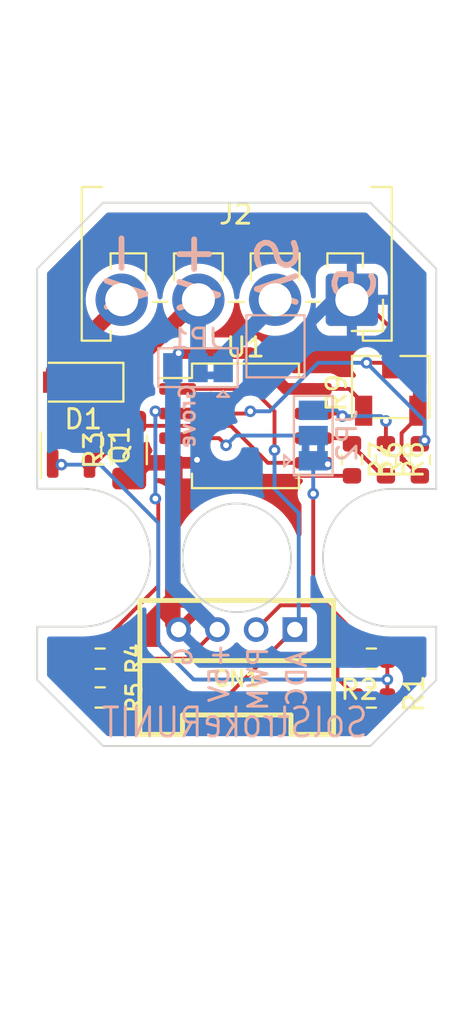
<source format=kicad_pcb>
(kicad_pcb (version 20211014) (generator pcbnew)
  (layers (0 "F.Cu" signal) (31 "B.Cu" signal) (34 "B.Paste" user) (35 "F.Paste" user) (36 "B.SilkS" user "B.Silkscreen") (37 "F.SilkS" user "F.Silkscreen") (38 "B.Mask" user) (39 "F.Mask" user) (44 "Edge.Cuts" user))
  (net 0 "")
  (net 1 "+5V")
  (net 2 "GND")
  (net 3 "/ADC")
  (net 4 "VDD")
  (net 5 "VS")
  (net 6 "/SOLA_M")
  (net 7 "Net-(JP2-Pad3)")
  (net 8 "/PWM")
  (net 9 "Net-(JP2-Pad2)")
  (net 10 "Net-(Q1-Pad1)")
  (net 11 "Net-(R4-Pad1)")
  (net 12 "Net-(R7-Pad1)")
  (net 13 "/VSENS")
  (footprint "akita:CON_GROVE_H" (layer "F.Cu") (at 10.3 22 180)
    (fp_text reference "CN1" (at -1.3 -3 180) (layer "F.SilkS") (effects (font (size 0.8 0.8)) (justify right bottom)))
    (fp_text value "CON_GROVE")
    (fp_line (start 2.8 -4.4) (end 2.8 -5.4) (layer "F.SilkS") (width 0.254))
    (fp_line (start -5 -5.4) (end -5 -1.6) (layer "F.SilkS") (width 0.254))
    (fp_line (start -2.8 -5.4) (end -2.8 -4.4) (layer "F.SilkS") (width 0.254))
    (fp_line (start -5 -1.6) (end 5 -1.6) (layer "F.SilkS") (width 0.254))
    (fp_line (start -5 -5.4) (end -2.8 -5.4) (layer "F.SilkS") (width 0.254))
    (fp_line (start 5 -1.6) (end 5 -5.4) (layer "F.SilkS") (width 0.254))
    (fp_line (start -5 1.5) (end 5 1.5) (layer "F.SilkS") (width 0.254))
    (fp_line (start -5 -1.6) (end -5 1.5) (layer "F.SilkS") (width 0.254))
    (fp_line (start -5 -1) (end -5 1) (layer "F.SilkS") (width 0.127))
    (fp_line (start 5 1.5) (end 5 -1.6) (layer "F.SilkS") (width 0.254))
    (fp_line (start -2.8 -4.4) (end 2.8 -4.4) (layer "F.SilkS") (width 0.254))
    (fp_line (start 2.8 -5.4) (end 5 -5.4) (layer "F.SilkS") (width 0.254))
    (pad "1" thru_hole rect (at -3 0 180) (size 1.27 1.27) (drill 0.8) (layers *.Cu *.Mask) (net 3 "/ADC"))
    (pad "2" thru_hole circle (at -1 0 180) (size 1.27 1.27) (drill 0.8) (layers *.Cu *.Mask) (net 8 "/PWM"))
    (pad "3" thru_hole circle (at 1 0 180) (size 1.27 1.27) (drill 0.8) (layers *.Cu *.Mask) (net 1 "+5V"))
    (pad "4" thru_hole circle (at 3 0 180) (size 1.27 1.27) (drill 0.8) (layers *.Cu *.Mask) (net 2 "GND"))
  )
  (footprint "Resistor_SMD:R_0603_1608Metric" (layer "F.Cu") (at 18 13.25 -90)
    (fp_text reference "R8" (at 0 -1.43 90) (layer "F.SilkS"))
    (fp_text value "TBD")
    (fp_line (start -0.237258 -0.5225) (end 0.237258 -0.5225) (layer "F.SilkS") (width 0.12))
    (fp_line (start -0.237258 0.5225) (end 0.237258 0.5225) (layer "F.SilkS") (width 0.12))
    (pad "1" smd roundrect locked (at -0.825 0 270) (size 0.8 0.95) (layers "F.Cu" "F.Paste" "F.Mask") (net 7 "Net-(JP2-Pad3)"))
    (pad "2" smd roundrect locked (at 0.825 0 270) (size 0.8 0.95) (layers "F.Cu" "F.Paste" "F.Mask") (net 12 "Net-(R7-Pad1)"))
  )
  (footprint "Package_TO_SOT_SMD:SOT-23" (layer "F.Cu") (at 1.75 12.5 90)
    (fp_text reference "Q1" (at 0 2.5 90) (layer "F.SilkS"))
    (fp_text value "TR_NMOS_IRLML6344")
    (fp_line (start 0 1.56) (end 0.65 1.56) (layer "F.SilkS") (width 0.12))
    (fp_line (start 0 1.56) (end -0.65 1.56) (layer "F.SilkS") (width 0.12))
    (fp_line (start 0 -1.56) (end -1.675 -1.56) (layer "F.SilkS") (width 0.12))
    (fp_line (start 0 -1.56) (end 0.65 -1.56) (layer "F.SilkS") (width 0.12))
    (pad "1" smd roundrect locked (at -0.9375 -0.95 90) (size 1.475 0.6) (layers "F.Cu" "F.Paste" "F.Mask") (net 10 "Net-(Q1-Pad1)"))
    (pad "2" smd roundrect locked (at -0.9375 0.95 90) (size 1.475 0.6) (layers "F.Cu" "F.Paste" "F.Mask") (net 13 "/VSENS"))
    (pad "3" smd roundrect locked (at 0.9375 0 90) (size 1.475 0.6) (layers "F.Cu" "F.Paste" "F.Mask") (net 6 "/SOLA_M"))
  )
  (footprint "akita:Potentiometer_Bourns_3223W" (layer "F.Cu") (at 18.25 9.5 -90)
    (fp_text reference "R9" (at 0.3 2.8 90) (layer "F.SilkS"))
    (fp_text value "10k")
    (fp_line (start -1.6 2) (end 1.6 2) (layer "F.SilkS") (width 0.12))
    (fp_line (start -1.6 0.5) (end -1.6 2) (layer "F.SilkS") (width 0.12))
    (fp_line (start 1.6 -2) (end -1.6 -2) (layer "F.SilkS") (width 0.12))
    (fp_line (start -1.6 -2) (end -1.6 -0.5) (layer "F.SilkS") (width 0.12))
    (fp_line (start 1.6 -0.9) (end 1.6 0.9) (layer "F.SilkS") (width 0.12))
    (pad "1" smd rect locked (at 1.22 1.4 270) (size 1.55 0.89) (layers "F.Cu" "F.Paste" "F.Mask") (net 1 "+5V"))
    (pad "2" smd rect locked (at -1.22 0 270) (size 1.55 0.89) (layers "F.Cu" "F.Paste" "F.Mask") (net 11 "Net-(R4-Pad1)"))
    (pad "3" smd rect locked (at 1.22 -1.4 270) (size 1.55 0.89) (layers "F.Cu" "F.Paste" "F.Mask") (net 2 "GND"))
  )
  (footprint "Resistor_SMD:R_0603_1608Metric" (layer "F.Cu") (at 17.25 23.5)
    (fp_text reference "R2" (at -0.625 1.6) (layer "F.SilkS"))
    (fp_text value "10k")
    (fp_line (start -0.237258 -0.5225) (end 0.237258 -0.5225) (layer "F.SilkS") (width 0.12))
    (fp_line (start -0.237258 0.5225) (end 0.237258 0.5225) (layer "F.SilkS") (width 0.12))
    (pad "1" smd roundrect locked (at -0.825 0) (size 0.8 0.95) (layers "F.Cu" "F.Paste" "F.Mask") (net 13 "/VSENS"))
    (pad "2" smd roundrect locked (at 0.825 0) (size 0.8 0.95) (layers "F.Cu" "F.Paste" "F.Mask") (net 10 "Net-(Q1-Pad1)"))
  )
  (footprint "Connector_JST:JST_VH_S4P-VH_1x04_P3.96mm_Horizontal" (layer "F.Cu") (at 16.24 5 180)
    (fp_text reference "J2" (at 5.99 4.4) (layer "F.SilkS"))
    (fp_text value "Conn_01x04")
    (fp_line (start 5.57 -0.11) (end 6.31 -0.11) (layer "F.SilkS") (width 0.12))
    (fp_line (start 1.61 -0.11) (end 2.35 -0.11) (layer "F.SilkS") (width 0.12))
    (fp_line (start -0.57 -2.11) (end -0.57 -1.61) (layer "F.SilkS") (width 0.12))
    (fp_line (start 2.7 2.39) (end 5.22 2.39) (layer "F.SilkS") (width 0.12))
    (fp_line (start -0.58 2.39) (end 1.26 2.39) (layer "F.SilkS") (width 0.12))
    (fp_line (start 12.45 2.39) (end 12.45 1.6) (layer "F.SilkS") (width 0.12))
    (fp_line (start 13.94 5.81) (end 12.89 5.81) (layer "F.SilkS") (width 0.12))
    (fp_line (start -0.57 1.7) (end -0.57 2.39) (layer "F.SilkS") (width 0.12))
    (fp_line (start 9.18 2.39) (end 9.18 1) (layer "F.SilkS") (width 0.12))
    (fp_line (start 6.66 1) (end 6.66 2.39) (layer "F.SilkS") (width 0.12))
    (fp_line (start 5.22 2.39) (end 5.22 1) (layer "F.SilkS") (width 0.12))
    (fp_line (start 13.94 -2.11) (end 13.94 5.81) (layer "F.SilkS") (width 0.12))
    (fp_line (start -1.01 5.81) (end -2.06 5.81) (layer "F.SilkS") (width 0.12))
    (fp_line (start 0 -1.61) (end -1.61 -1.61) (layer "F.SilkS") (width 0.12))
    (fp_line (start -2.06 -2.11) (end -0.57 -2.11) (layer "F.SilkS") (width 0.12))
    (fp_line (start 10.62 2.39) (end 12.46 2.39) (layer "F.SilkS") (width 0.12))
    (fp_line (start 10.62 1) (end 10.62 2.39) (layer "F.SilkS") (width 0.12))
    (fp_line (start 9.53 -0.11) (end 10.27 -0.11) (layer "F.SilkS") (width 0.12))
    (fp_line (start 6.66 2.39) (end 9.18 2.39) (layer "F.SilkS") (width 0.12))
    (fp_line (start 1.26 2.39) (end 1.26 1.7) (layer "F.SilkS") (width 0.12))
    (fp_line (start -2.06 5.81) (end -2.06 -2.11) (layer "F.SilkS") (width 0.12))
    (fp_line (start 2.7 1) (end 2.7 2.39) (layer "F.SilkS") (width 0.12))
    (fp_line (start 12.45 -1.6) (end 12.45 -2.11) (layer "F.SilkS") (width 0.12))
    (fp_line (start -1.61 -1.61) (end -1.61 0) (layer "F.SilkS") (width 0.12))
    (fp_line (start 12.45 -2.11) (end 13.94 -2.11) (layer "F.SilkS") (width 0.12))
    (pad "1" thru_hole roundrect (at 0 0 180) (size 2.7 2.7) (drill 1.7) (layers *.Cu *.Mask) (roundrect_rratio 0.09259296296) (net 2 "GND"))
    (pad "2" thru_hole circle (at 3.96 0 180) (size 2.7 2.7) (drill 1.7) (layers *.Cu *.Mask) (net 4 "VDD"))
    (pad "3" thru_hole circle (at 7.92 0 180) (size 2.7 2.7) (drill 1.7) (layers *.Cu *.Mask) (net 5 "VS"))
    (pad "4" thru_hole circle (at 11.88 0 180) (size 2.7 2.7) (drill 1.7) (layers *.Cu *.Mask) (net 6 "/SOLA_M"))
  )
  (footprint "Resistor_SMD:R_0603_1608Metric" (layer "F.Cu") (at 19.75 13.25 90)
    (fp_text reference "R6" (at 0 -1.43 90) (layer "F.SilkS"))
    (fp_text value "TBD")
    (fp_line (start -0.237258 0.5225) (end 0.237258 0.5225) (layer "F.SilkS") (width 0.12))
    (fp_line (start -0.237258 -0.5225) (end 0.237258 -0.5225) (layer "F.SilkS") (width 0.12))
    (pad "1" smd roundrect locked (at -0.825 0 90) (size 0.8 0.95) (layers "F.Cu" "F.Paste" "F.Mask") (net 2 "GND"))
    (pad "2" smd roundrect locked (at 0.825 0 90) (size 0.8 0.95) (layers "F.Cu" "F.Paste" "F.Mask") (net 11 "Net-(R4-Pad1)"))
  )
  (footprint "Resistor_SMD:R_0603_1608Metric" (layer "F.Cu") (at 3.25 25.5 180)
    (fp_text reference "R5" (at -1.75 0 90) (layer "F.SilkS") (effects (font (size 0.8 0.8))))
    (fp_text value "TBD")
    (fp_line (start -0.237258 -0.5225) (end 0.237258 -0.5225) (layer "F.SilkS") (width 0.12))
    (fp_line (start -0.237258 0.5225) (end 0.237258 0.5225) (layer "F.SilkS") (width 0.12))
    (pad "1" smd roundrect locked (at -0.825 0 180) (size 0.8 0.95) (layers "F.Cu" "F.Paste" "F.Mask") (net 3 "/ADC"))
    (pad "2" smd roundrect locked (at 0.825 0 180) (size 0.8 0.95) (layers "F.Cu" "F.Paste" "F.Mask") (net 11 "Net-(R4-Pad1)"))
  )
  (footprint "Package_SO:SO-8_5.3x6.2mm_P1.27mm" (layer "F.Cu") (at 10.75 11.5)
    (fp_text reference "U1" (at 0 -4.05) (layer "F.SilkS"))
    (fp_text value "LM358")
    (fp_line (start 0 3.21) (end -2.76 3.21) (layer "F.SilkS") (width 0.12))
    (fp_line (start 0 -3.21) (end 2.76 -3.21) (layer "F.SilkS") (width 0.12))
    (fp_line (start 0 3.21) (end 2.76 3.21) (layer "F.SilkS") (width 0.12))
    (fp_line (start -2.76 3.21) (end -2.76 2.465) (layer "F.SilkS") (width 0.12))
    (fp_line (start 2.76 -3.21) (end 2.76 -2.465) (layer "F.SilkS") (width 0.12))
    (fp_line (start -2.76 -2.465) (end -4.45 -2.465) (layer "F.SilkS") (width 0.12))
    (fp_line (start 0 -3.21) (end -2.76 -3.21) (layer "F.SilkS") (width 0.12))
    (fp_line (start -2.76 -3.21) (end -2.76 -2.465) (layer "F.SilkS") (width 0.12))
    (fp_line (start 2.76 3.21) (end 2.76 2.465) (layer "F.SilkS") (width 0.12))
    (pad "1" smd roundrect locked (at -3.5 -1.905) (size 1.9 0.6) (layers "F.Cu" "F.Paste" "F.Mask") (net 3 "/ADC"))
    (pad "2" smd roundrect locked (at -3.5 -0.635) (size 1.9 0.6) (layers "F.Cu" "F.Paste" "F.Mask") (net 11 "Net-(R4-Pad1)"))
    (pad "3" smd roundrect locked (at -3.5 0.635) (size 1.9 0.6) (layers "F.Cu" "F.Paste" "F.Mask") (net 9 "Net-(JP2-Pad2)"))
    (pad "4" smd roundrect locked (at -3.5 1.905) (size 1.9 0.6) (layers "F.Cu" "F.Paste" "F.Mask") (net 2 "GND"))
    (pad "5" smd roundrect locked (at 3.5 1.905) (size 1.9 0.6) (layers "F.Cu" "F.Paste" "F.Mask") (net 13 "/VSENS"))
    (pad "6" smd roundrect locked (at 3.5 0.635) (size 1.9 0.6) (layers "F.Cu" "F.Paste" "F.Mask") (net 12 "Net-(R7-Pad1)"))
    (pad "7" smd roundrect locked (at 3.5 -0.635) (size 1.9 0.6) (layers "F.Cu" "F.Paste" "F.Mask") (net 7 "Net-(JP2-Pad3)"))
    (pad "8" smd roundrect locked (at 3.5 -1.905) (size 1.9 0.6) (layers "F.Cu" "F.Paste" "F.Mask") (net 1 "+5V"))
  )
  (footprint "Resistor_SMD:R_0603_1608Metric" (layer "F.Cu") (at 17.25 25.5)
    (fp_text reference "R1" (at 2.2 -0.2 90) (layer "F.SilkS"))
    (fp_text value "1k")
    (fp_line (start -0.237258 -0.5225) (end 0.237258 -0.5225) (layer "F.SilkS") (width 0.12))
    (fp_line (start -0.237258 0.5225) (end 0.237258 0.5225) (layer "F.SilkS") (width 0.12))
    (pad "1" smd roundrect locked (at -0.825 0) (size 0.8 0.95) (layers "F.Cu" "F.Paste" "F.Mask") (net 8 "/PWM"))
    (pad "2" smd roundrect locked (at 0.825 0) (size 0.8 0.95) (layers "F.Cu" "F.Paste" "F.Mask") (net 10 "Net-(Q1-Pad1)"))
  )
  (footprint "Resistor_SMD:R_1206_3216Metric" (layer "F.Cu") (at 4.75 12.75 90)
    (fp_text reference "R3" (at 0 -1.82 90) (layer "F.SilkS"))
    (fp_text value "0.2")
    (fp_line (start -0.727064 -0.91) (end 0.727064 -0.91) (layer "F.SilkS") (width 0.12))
    (fp_line (start -0.727064 0.91) (end 0.727064 0.91) (layer "F.SilkS") (width 0.12))
    (pad "1" smd roundrect locked (at -1.4625 0 90) (size 1.125 1.75) (layers "F.Cu" "F.Paste" "F.Mask") (roundrect_rratio 0.222222) (net 2 "GND"))
    (pad "2" smd roundrect locked (at 1.4625 0 90) (size 1.125 1.75) (layers "F.Cu" "F.Paste" "F.Mask") (roundrect_rratio 0.222222) (net 13 "/VSENS"))
  )
  (footprint "Resistor_SMD:R_0603_1608Metric" (layer "F.Cu") (at 3.25 23.5)
    (fp_text reference "R4" (at 1.75 0 90) (layer "F.SilkS") (effects (font (size 0.8 0.8))))
    (fp_text value "TBD")
    (fp_line (start -0.237258 -0.5225) (end 0.237258 -0.5225) (layer "F.SilkS") (width 0.12))
    (fp_line (start -0.237258 0.5225) (end 0.237258 0.5225) (layer "F.SilkS") (width 0.12))
    (pad "1" smd roundrect locked (at -0.825 0) (size 0.8 0.95) (layers "F.Cu" "F.Paste" "F.Mask") (net 11 "Net-(R4-Pad1)"))
    (pad "2" smd roundrect locked (at 0.825 0) (size 0.8 0.95) (layers "F.Cu" "F.Paste" "F.Mask") (net 1 "+5V"))
  )
  (footprint "Diode_SMD:D_SOD-123F" (layer "F.Cu") (at 2.25 9.25 180)
    (fp_text reference "D1" (at -0.127 -1.905) (layer "F.SilkS"))
    (fp_text value "D")
    (fp_line (start -2.2 -1) (end -2.2 1) (layer "F.SilkS") (width 0.12))
    (fp_line (start -2.2 1) (end 1.65 1) (layer "F.SilkS") (width 0.12))
    (fp_line (start -2.2 -1) (end 1.65 -1) (layer "F.SilkS") (width 0.12))
    (pad "1" smd rect locked (at -1.4 0 180) (size 1.1 1.1) (layers "F.Cu" "F.Paste" "F.Mask") (net 5 "VS"))
    (pad "2" smd rect locked (at 1.4 0 180) (size 1.1 1.1) (layers "F.Cu" "F.Paste" "F.Mask") (net 6 "/SOLA_M"))
  )
  (footprint "Resistor_SMD:R_0603_1608Metric" (layer "F.Cu") (at 16.25 13.25 -90)
    (fp_text reference "R7" (at 0 -1.43 90) (layer "F.SilkS"))
    (fp_text value "TBD")
    (fp_line (start -0.237258 0.5225) (end 0.237258 0.5225) (layer "F.SilkS") (width 0.12))
    (fp_line (start -0.237258 -0.5225) (end 0.237258 -0.5225) (layer "F.SilkS") (width 0.12))
    (pad "1" smd roundrect locked (at -0.825 0 270) (size 0.8 0.95) (layers "F.Cu" "F.Paste" "F.Mask") (net 12 "Net-(R7-Pad1)"))
    (pad "2" smd roundrect locked (at 0.825 0 270) (size 0.8 0.95) (layers "F.Cu" "F.Paste" "F.Mask") (net 2 "GND"))
  )
  (footprint "Jumper:SolderJumper-3_P1.3mm_Bridged2Bar12_Pad1.0x1.5mm" (layer "B.Cu") (at 8.3 8.5 180)
    (fp_text reference "JP1" (at 0.05 1.5 180) (layer "B.SilkS") (effects (justify mirror)))
    (fp_text value "SolderJumper_3_Bridged12")
    (fp_poly (pts (xy -0.9 0.6) (xy -0.4 0.6) (xy -0.4 0.2) (xy -0.9 0.2)) (layer "B.Cu") (width 0) (fill solid))
    (fp_poly (pts (xy -0.9 -0.2) (xy -0.4 -0.2) (xy -0.4 -0.6) (xy -0.9 -0.6)) (layer "B.Cu") (width 0) (fill solid))
    (fp_line (start -1.6 -1.5) (end -1 -1.5) (layer "B.SilkS") (width 0.12))
    (fp_line (start -1.3 -1.2) (end -1 -1.5) (layer "B.SilkS") (width 0.12))
    (fp_line (start 2.05 1) (end 2.05 -1) (layer "B.SilkS") (width 0.12))
    (fp_line (start -2.05 1) (end 2.05 1) (layer "B.SilkS") (width 0.12))
    (fp_line (start -2.05 -1) (end -2.05 1) (layer "B.SilkS") (width 0.12))
    (fp_line (start -1.3 -1.2) (end -1.6 -1.5) (layer "B.SilkS") (width 0.12))
    (fp_line (start 2.05 -1) (end -2.05 -1) (layer "B.SilkS") (width 0.12))
    (pad "1" smd rect locked (at -1.3 0 180) (size 1 1.5) (layers "B.Cu" "B.Mask") (net 4 "VDD"))
    (pad "2" smd rect locked (at 0 0 180) (size 1 1.5) (layers "B.Cu" "B.Mask") (net 5 "VS"))
    (pad "3" smd rect locked (at 1.3 0 180) (size 1 1.5) (layers "B.Cu" "B.Mask") (net 1 "+5V"))
  )
  (footprint "Jumper:SolderJumper-3_P1.3mm_Bridged2Bar12_Pad1.0x1.5mm" (layer "B.Cu") (at 14.25 12 90)
    (fp_text reference "JP2" (at 0 1.75 90) (layer "B.SilkS") (effects (justify mirror)))
    (fp_text value "SolderJumper_3_Bridged12")
    (fp_poly (pts (xy -0.9 0.6) (xy -0.4 0.6) (xy -0.4 0.2) (xy -0.9 0.2)) (layer "B.Cu") (width 0) (fill solid))
    (fp_poly (pts (xy -0.9 -0.2) (xy -0.4 -0.2) (xy -0.4 -0.6) (xy -0.9 -0.6)) (layer "B.Cu") (width 0) (fill solid))
    (fp_line (start -1.3 -1.2) (end -1 -1.5) (layer "B.SilkS") (width 0.12))
    (fp_line (start -2.05 1) (end 2.05 1) (layer "B.SilkS") (width 0.12))
    (fp_line (start 2.05 -1) (end -2.05 -1) (layer "B.SilkS") (width 0.12))
    (fp_line (start -1.6 -1.5) (end -1 -1.5) (layer "B.SilkS") (width 0.12))
    (fp_line (start -2.05 -1) (end -2.05 1) (layer "B.SilkS") (width 0.12))
    (fp_line (start -1.3 -1.2) (end -1.6 -1.5) (layer "B.SilkS") (width 0.12))
    (fp_line (start 2.05 1) (end 2.05 -1) (layer "B.SilkS") (width 0.12))
    (pad "1" smd rect locked (at -1.3 0 90) (size 1 1.5) (layers "B.Cu" "B.Mask") (net 13 "/VSENS"))
    (pad "2" smd rect locked (at 0 0 90) (size 1 1.5) (layers "B.Cu" "B.Mask") (net 9 "Net-(JP2-Pad2)"))
    (pad "3" smd rect locked (at 1.3 0 90) (size 1 1.5) (layers "B.Cu" "B.Mask") (net 7 "Net-(JP2-Pad3)"))
  )
  (gr_line (start 13.8 5.8) (end 13.8 9) (layer "B.SilkS") (width 0.12))
  (gr_line (start 10.8 5.8) (end 13.8 5.8) (layer "B.SilkS") (width 0.12))
  (gr_line (start 13.8 9) (end 10.8 9) (layer "B.SilkS") (width 0.12))
  (gr_line (start 10.8 9) (end 10.8 5.8) (layer "B.SilkS") (width 0.12))
  (gr_line (start 0 24.6) (end 0 21.85) (layer "Edge.Cuts") (width 0.1))
  (gr_line (start 0 14.74) (end 2.3 14.74) (layer "Edge.Cuts") (width 0.1))
  (gr_line (start 20.6 21.85) (end 20.6 24.6) (layer "Edge.Cuts") (width 0.1))
  (gr_line (start 3.4 0) (end 17.2 0) (layer "Edge.Cuts") (width 0.1))
  (gr_line (start 0 3.4) (end 3.4 0) (layer "Edge.Cuts") (width 0.1))
  (gr_line (start 0 14.74) (end 0 3.4) (layer "Edge.Cuts") (width 0.1))
  (gr_line (start 0 24.6) (end 3.4 28) (layer "Edge.Cuts") (width 0.1))
  (gr_line (start 3.4 28) (end 17.2 28) (layer "Edge.Cuts") (width 0.1))
  (gr_line (start 20.6 3.4) (end 17.2 0) (layer "Edge.Cuts") (width 0.1))
  (gr_arc (start 2.3 14.74) (mid 5.855 18.295) (end 2.3 21.85) (layer "Edge.Cuts") (width 0.1))
  (gr_line (start 0 21.85) (end 2.3 21.85) (layer "Edge.Cuts") (width 0.1))
  (gr_circle (center 10.3 18.3) (end 13.1 18.3) (layer "Edge.Cuts") (width 0.1) (fill none))
  (gr_line (start 18.3 21.85) (end 20.6 21.85) (layer "Edge.Cuts") (width 0.1))
  (gr_line (start 18.3 14.75) (end 20.6 14.75) (layer "Edge.Cuts") (width 0.1))
  (gr_line (start 20.6 14.76) (end 20.6 3.4) (layer "Edge.Cuts") (width 0.1))
  (gr_line (start 17.2 28) (end 20.6 24.6) (layer "Edge.Cuts") (width 0.1))
  (gr_arc (start 18.3 21.85) (mid 14.75 18.3) (end 18.3 14.75) (layer "Edge.Cuts") (width 0.1))
  (gr_text "Grove" (at 7.75 11 90) (layer "B.SilkS") (effects (font (size 0.8 0.8)) (justify mirror)))
  (gr_text "A+" (at 8.25 5.8 270) (layer "B.SilkS") (effects (font (size 2 2) (thickness 0.3)) (justify left mirror)))
  (gr_text "G" (at 16.25 5.5 270) (layer "B.SilkS") (effects (font (size 2 2) (thickness 0.3)) (justify left mirror)))
  (gr_text "G" (at 7.5 22.8 90) (layer "B.SilkS") (effects (font (size 1 1)) (justify left mirror)))
  (gr_text "VS" (at 12.25 5.5 270) (layer "B.SilkS") (effects (font (size 2 2) (thickness 0.3)) (justify left mirror)))
  (gr_text "PWM" (at 11.4 22.8 90) (layer "B.SilkS") (effects (font (size 1 1)) (justify left mirror)))
  (gr_text "SolStrokeRUNIT" (at 10.2 26.8) (layer "B.SilkS") (effects (font (size 1.5 1.2)) (justify mirror)))
  (gr_text "+5V" (at 9.4 22.6 90) (layer "B.SilkS") (effects (font (size 1 1)) (justify left mirror)))
  (gr_text "A-" (at 4.5 5.75 270) (layer "B.SilkS") (effects (font (size 2 2) (thickness 0.3)) (justify left mirror)))
  (gr_text "ADC" (at 13.4 23 90) (layer "B.SilkS") (effects (font (size 1 1)) (justify left mirror)))
  (segment (start 16.75 10.25) (end 16.75 10.75) (width 0.2) (layer "F.Cu") (net 1))
  (segment (start 11 7.75) (end 7.300498 7.75) (width 0.6) (layer "F.Cu") (net 1))
  (segment (start 7.75 23.5) (end 9.25 22) (width 0.2) (layer "F.Cu") (net 1))
  (segment (start 16.095 9.595) (end 16.75 10.25) (width 0.2) (layer "F.Cu") (net 1))
  (segment (start 4.075 23.5) (end 7.75 23.5) (width 0.2) (layer "F.Cu") (net 1))
  (segment (start 14.25 9.595) (end 12.845 9.595) (width 0.6) (layer "F.Cu") (net 1))
  (segment (start 14.25 9.595) (end 16.095 9.595) (width 0.2) (layer "F.Cu") (net 1))
  (segment (start 12.845 9.595) (end 11 7.75) (width 0.6) (layer "F.Cu") (net 1))
  (via (at 7.300498 7.75) (size 0.6) (drill 0.3) (layers "F.Cu" "B.Cu") (net 1))
  (segment (start 7 19.75) (end 9.25 22) (width 0.8) (layer "B.Cu") (net 1))
  (segment (start 7 8.5) (end 7 19.75) (width 0.8) (layer "B.Cu") (net 1))
  (segment (start 19.65 10.72) (end 19.65 7.860978) (width 0.2) (layer "F.Cu") (net 2))
  (segment (start 7.25 13.405) (end 8.095 13.405) (width 0.6) (layer "F.Cu") (net 2))
  (segment (start 16.789022 5) (end 16 5) (width 0.2) (layer "F.Cu") (net 2))
  (segment (start 16.25 14.075) (end 9.075 14.075) (width 0.2) (layer "F.Cu") (net 2))
  (segment (start 8.095 13.405) (end 8.25 13.25) (width 0.6) (layer "F.Cu") (net 2))
  (segment (start 19.65 7.860978) (end 16.789022 5) (width 0.2) (layer "F.Cu") (net 2))
  (segment (start 7.3 22) (end 7 21.7) (width 0.8) (layer "F.Cu") (net 2))
  (segment (start 5.595 13.405) (end 4.75 14.25) (width 0.8) (layer "F.Cu") (net 2))
  (segment (start 19.65 11.035) (end 18.81 11.875) (width 0.2) (layer "F.Cu") (net 2))
  (segment (start 7 21.7) (end 7 13.25) (width 0.8) (layer "F.Cu") (net 2))
  (segment (start 7.25 13.405) (end 5.595 13.405) (width 0.8) (layer "F.Cu") (net 2))
  (segment (start 9.075 14.075) (end 8.25 13.25) (width 0.2) (layer "F.Cu") (net 2))
  (segment (start 18.81 11.875) (end 18.81 13.135) (width 0.2) (layer "F.Cu") (net 2))
  (segment (start 18.81 13.135) (end 19.75 14.075) (width 0.2) (layer "F.Cu") (net 2))
  (segment (start 19.65 10.72) (end 19.65 11.035) (width 0.2) (layer "F.Cu") (net 2))
  (via (at 8.25 13.25) (size 0.6) (drill 0.3) (layers "F.Cu" "B.Cu") (net 2))
  (segment (start 15.25 5) (end 16.25 5) (width 0.6) (layer "B.Cu") (net 2))
  (segment (start 8.25 13.25) (end 8.25 12) (width 0.6) (layer "B.Cu") (net 2))
  (segment (start 8.25 12) (end 15.25 5) (width 0.6) (layer "B.Cu") (net 2))
  (segment (start 4.075 25.5) (end 9.75 25.5) (width 0.2) (layer "F.Cu") (net 3))
  (segment (start 12.25 12.75) (end 12.25 10.75) (width 0.2) (layer "F.Cu") (net 3))
  (segment (start 12.25 10.75) (end 11.095 9.595) (width 0.2) (layer "F.Cu") (net 3))
  (segment (start 9.75 25.5) (end 13.25 22) (width 0.2) (layer "F.Cu") (net 3))
  (segment (start 11.095 9.595) (end 7.25 9.595) (width 0.2) (layer "F.Cu") (net 3))
  (via (at 12.25 12.75) (size 0.6) (drill 0.3) (layers "F.Cu" "B.Cu") (net 3))
  (segment (start 13.5 21.75) (end 13.25 22) (width 0.2) (layer "B.Cu") (net 3))
  (segment (start 13.5 16) (end 13.5 21.75) (width 0.2) (layer "B.Cu") (net 3))
  (segment (start 12.25 12.75) (end 12.25 14.75) (width 0.2) (layer "B.Cu") (net 3))
  (segment (start 12.25 14.75) (end 13.5 16) (width 0.2) (layer "B.Cu") (net 3))
  (segment (start 9.6 8.5) (end 9.6 7.9) (width 0.8) (layer "B.Cu") (net 4))
  (segment (start 9.6 7.9) (end 12.5 5) (width 0.8) (layer "B.Cu") (net 4))
  (segment (start 4 9.25) (end 8.25 5) (width 0.8) (layer "F.Cu") (net 5))
  (segment (start 3.65 9.25) (end 4 9.25) (width 0.8) (layer "F.Cu") (net 5))
  (segment (start 8.3 8.5) (end 8.3 5.05) (width 0.8) (layer "B.Cu") (net 5))
  (segment (start 8.3 5.05) (end 8.25 5) (width 0.8) (layer "B.Cu") (net 5))
  (segment (start 0.85 9.25) (end 0.85 8.65) (width 0.8) (layer "F.Cu") (net 6))
  (segment (start 1.75 11.5625) (end 1.75 10.25) (width 0.8) (layer "F.Cu") (net 6))
  (segment (start 1.75 10.25) (end 0.75 9.25) (width 0.8) (layer "F.Cu") (net 6))
  (segment (start 0.85 8.65) (end 4.5 5) (width 0.8) (layer "F.Cu") (net 6))
  (segment (start 18 11.25) (end 18 12.25) (width 0.2) (layer "F.Cu") (net 7))
  (segment (start 15.615 10.865) (end 15.75 11) (width 0.2) (layer "F.Cu") (net 7))
  (segment (start 14.25 10.865) (end 15.615 10.865) (width 0.2) (layer "F.Cu") (net 7))
  (via (at 15.75 11) (size 0.6) (drill 0.3) (layers "F.Cu" "B.Cu") (net 7))
  (via (at 18 11.25) (size 0.6) (drill 0.3) (layers "F.Cu" "B.Cu") (net 7))
  (segment (start 18 11.25) (end 17.75 11) (width 0.2) (layer "B.Cu") (net 7))
  (segment (start 14.25 10.7) (end 15.45 10.7) (width 0.2) (layer "B.Cu") (net 7))
  (segment (start 15.45 10.7) (end 15.75 11) (width 0.2) (layer "B.Cu") (net 7))
  (segment (start 17.75 11) (end 15.75 11) (width 0.2) (layer "B.Cu") (net 7))
  (segment (start 15.5 22) (end 15.5 24.5) (width 0.2) (layer "F.Cu") (net 8))
  (segment (start 15.5 24.5) (end 16.5 25.5) (width 0.2) (layer "F.Cu") (net 8))
  (segment (start 14.25 20.75) (end 15.5 22) (width 0.2) (layer "F.Cu") (net 8))
  (segment (start 11.3 22) (end 12.55 20.75) (width 0.2) (layer "F.Cu") (net 8))
  (segment (start 12.55 20.75) (end 14.25 20.75) (width 0.2) (layer "F.Cu") (net 8))
  (segment (start 7.25 12.135) (end 9.385 12.135) (width 0.2) (layer "F.Cu") (net 9))
  (segment (start 9.385 12.135) (end 9.75 12.5) (width 0.2) (layer "F.Cu") (net 9))
  (via (at 9.75 12.5) (size 0.6) (drill 0.3) (layers "F.Cu" "B.Cu") (net 9))
  (segment (start 10.25 12) (end 9.75 12.5) (width 0.2) (layer "B.Cu") (net 9))
  (segment (start 14.25 12) (end 10.25 12) (width 0.2) (layer "B.Cu") (net 9))
  (segment (start 1.1875 13.4375) (end 1.25 13.5) (width 0.2) (layer "F.Cu") (net 10))
  (segment (start 18.075 23.575) (end 18 23.5) (width 0.2) (layer "F.Cu") (net 10))
  (segment (start 0.8 13.4375) (end 1.1875 13.4375) (width 0.2) (layer "F.Cu") (net 10))
  (segment (start 18.075 25.5) (end 18.075 24.575) (width 0.2) (layer "F.Cu") (net 10))
  (segment (start 18.075 24.575) (end 18.075 23.575) (width 0.2) (layer "F.Cu") (net 10))
  (via (at 1.25 13.5) (size 0.6) (drill 0.3) (layers "F.Cu" "B.Cu") (net 10))
  (via (at 18.075 24.575) (size 0.6) (drill 0.3) (layers "F.Cu" "B.Cu") (net 10))
  (segment (start 6.25 22.75) (end 8.075 24.575) (width 0.2) (layer "B.Cu") (net 10))
  (segment (start 6.25 16.5) (end 6.25 22.75) (width 0.2) (layer "B.Cu") (net 10))
  (segment (start 8.075 24.575) (end 18.075 24.575) (width 0.2) (layer "B.Cu") (net 10))
  (segment (start 1.25 13.5) (end 3.25 13.5) (width 0.2) (layer "B.Cu") (net 10))
  (segment (start 3.25 13.5) (end 6.25 16.5) (width 0.2) (layer "B.Cu") (net 10))
  (segment (start 10.885 10.865) (end 7.25 10.865) (width 0.2) (layer "F.Cu") (net 11))
  (segment (start 19.825 12.425) (end 20 12.25) (width 0.2) (layer "F.Cu") (net 11))
  (segment (start 6.25 19.75) (end 6.25 15.25) (width 0.2) (layer "F.Cu") (net 11))
  (segment (start 19.75 12.425) (end 19.825 12.425) (width 0.2) (layer "F.Cu") (net 11))
  (segment (start 7.25 10.865) (end 6.2155 10.865) (width 0.2) (layer "F.Cu") (net 11))
  (segment (start 6.2155 10.865) (end 6.1005 10.75) (width 0.2) (layer "F.Cu") (net 11))
  (segment (start 17 8.25) (end 18.25 8.25) (width 0.2) (layer "F.Cu") (net 11))
  (segment (start 11 10.75) (end 10.885 10.865) (width 0.2) (layer "F.Cu") (net 11))
  (segment (start 2.425 25.5) (end 2.425 23.575) (width 0.2) (layer "F.Cu") (net 11))
  (segment (start 2.425 23.575) (end 6.25 19.75) (width 0.2) (layer "F.Cu") (net 11))
  (segment (start 6.25 15.25) (end 6.1005 15.25) (width 0.2) (layer "F.Cu") (net 11))
  (via (at 6.1005 10.75) (size 0.6) (drill 0.3) (layers "F.Cu" "B.Cu") (net 11))
  (via (at 11 10.75) (size 0.6) (drill 0.3) (layers "F.Cu" "B.Cu") (net 11))
  (via (at 6.1005 15.25) (size 0.6) (drill 0.3) (layers "F.Cu" "B.Cu") (net 11))
  (via (at 17 8.25) (size 0.6) (drill 0.3) (layers "F.Cu" "B.Cu") (net 11))
  (via (at 20 12.25) (size 0.6) (drill 0.3) (layers "F.Cu" "B.Cu") (net 11))
  (segment (start 6.1005 15.25) (end 6.1005 10.75) (width 0.2) (layer "B.Cu") (net 11))
  (segment (start 14.5 8.25) (end 17 8.25) (width 0.2) (layer "B.Cu") (net 11))
  (segment (start 20 11.25) (end 17 8.25) (width 0.2) (layer "B.Cu") (net 11))
  (segment (start 20 12.25) (end 20 11.25) (width 0.2) (layer "B.Cu") (net 11))
  (segment (start 11 10.75) (end 12 10.75) (width 0.2) (layer "B.Cu") (net 11))
  (segment (start 12 10.75) (end 14.5 8.25) (width 0.2) (layer "B.Cu") (net 11))
  (segment (start 15.885 12.135) (end 14.25 12.135) (width 0.2) (layer "F.Cu") (net 12))
  (segment (start 17.825 14.075) (end 15.885 12.135) (width 0.2) (layer "F.Cu") (net 12))
  (segment (start 18 14.075) (end 17.825 14.075) (width 0.2) (layer "F.Cu") (net 12))
  (segment (start 2.7 13.3) (end 4.75 11.25) (width 0.8) (layer "F.Cu") (net 13))
  (segment (start 14.25 20) (end 14.25 15) (width 0.2) (layer "F.Cu") (net 13))
  (segment (start 16.425 23.5) (end 16.425 22.175) (width 0.2) (layer "F.Cu") (net 13))
  (segment (start 16.425 22.175) (end 14.25 20) (width 0.2) (layer "F.Cu") (net 13))
  (segment (start 14.9295 13.405) (end 15 13.4755) (width 0.2) (layer "F.Cu") (net 13))
  (segment (start 10 11.5) (end 4.75 11.5) (width 0.2) (layer "F.Cu") (net 13))
  (segment (start 14.25 13.405) (end 11.905 13.405) (width 0.2) (layer "F.Cu") (net 13))
  (segment (start 14.25 13.405) (end 14.9295 13.405) (width 0.2) (layer "F.Cu") (net 13))
  (segment (start 11.905 13.405) (end 10 11.5) (width 0.2) (layer "F.Cu") (net 13))
  (segment (start 2.7 13.4375) (end 2.7 13.3) (width 0.8) (layer "F.Cu") (net 13))
  (via (at 14.25 15) (size 0.6) (drill 0.3) (layers "F.Cu" "B.Cu") (net 13))
  (via (at 15 13.4755) (size 0.6) (drill 0.3) (layers "F.Cu" "B.Cu") (net 13))
  (segment (start 14.25 15) (end 14.25 13.25) (width 0.2) (layer "B.Cu") (net 13))
  (zone (net 2) (net_name "GND") (layer "F.Cu") (connect_pads (clearance 0.508)) (min_thickness 0.254) (fill yes (thermal_gap 0.508) (thermal_bridge_width 0.508))
    (polygon (pts (xy 21 28) (xy 0 28) (xy 0 0) (xy 21 0)))
  )
  (zone (net 2) (net_name "GND") (layers F&B.Cu) (connect_pads (clearance 0.508)) (min_thickness 0.254) (fill yes (thermal_gap 0.508) (thermal_bridge_width 0.508))
    (polygon (pts (xy 20.75 28) (xy 0 28) (xy 0 0) (xy 20.75 0)))
  )
  (zone (net 2) (net_name "GND") (layer "B.Cu") (connect_pads (clearance 0.508)) (min_thickness 0.254) (fill yes (thermal_gap 0.508) (thermal_bridge_width 0.508))
    (polygon (pts (xy 21 28) (xy 0 28) (xy 0 0) (xy 21 0)))
  )
)
</source>
